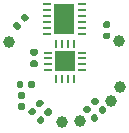
<source format=gbs>
G04 #@! TF.GenerationSoftware,KiCad,Pcbnew,(5.1.7)-1*
G04 #@! TF.CreationDate,2021-10-31T20:58:24-07:00*
G04 #@! TF.ProjectId,tiny_trollerV2,74696e79-5f74-4726-9f6c-6c657256322e,rev?*
G04 #@! TF.SameCoordinates,Original*
G04 #@! TF.FileFunction,Soldermask,Bot*
G04 #@! TF.FilePolarity,Negative*
%FSLAX46Y46*%
G04 Gerber Fmt 4.6, Leading zero omitted, Abs format (unit mm)*
G04 Created by KiCad (PCBNEW (5.1.7)-1) date 2021-10-31 20:58:24*
%MOMM*%
%LPD*%
G01*
G04 APERTURE LIST*
%ADD10C,1.000000*%
%ADD11R,0.254000X0.711200*%
%ADD12R,0.711200X0.254000*%
%ADD13R,1.701800X1.701800*%
%ADD14R,0.757199X0.254800*%
%ADD15R,1.803400X2.590800*%
G04 APERTURE END LIST*
G36*
G01*
X160057500Y-107091300D02*
X160057500Y-106751300D01*
G75*
G02*
X160197500Y-106611300I140000J0D01*
G01*
X160477500Y-106611300D01*
G75*
G02*
X160617500Y-106751300I0J-140000D01*
G01*
X160617500Y-107091300D01*
G75*
G02*
X160477500Y-107231300I-140000J0D01*
G01*
X160197500Y-107231300D01*
G75*
G02*
X160057500Y-107091300I0J140000D01*
G01*
G37*
G36*
G01*
X159097500Y-107091300D02*
X159097500Y-106751300D01*
G75*
G02*
X159237500Y-106611300I140000J0D01*
G01*
X159517500Y-106611300D01*
G75*
G02*
X159657500Y-106751300I0J-140000D01*
G01*
X159657500Y-107091300D01*
G75*
G02*
X159517500Y-107231300I-140000J0D01*
G01*
X159237500Y-107231300D01*
G75*
G02*
X159097500Y-107091300I0J140000D01*
G01*
G37*
D10*
X167090000Y-108300000D03*
G36*
G01*
X159185720Y-101622826D02*
X159433892Y-101862483D01*
G75*
G02*
X159437533Y-102071048I-102462J-106103D01*
G01*
X159232609Y-102283253D01*
G75*
G02*
X159024044Y-102286894I-106103J102462D01*
G01*
X158775872Y-102047237D01*
G75*
G02*
X158772231Y-101838672I102462J106103D01*
G01*
X158977155Y-101626467D01*
G75*
G02*
X159185720Y-101622826I106103J-102462D01*
G01*
G37*
G36*
G01*
X159859538Y-100925066D02*
X160107710Y-101164723D01*
G75*
G02*
X160111351Y-101373288I-102462J-106103D01*
G01*
X159906427Y-101585493D01*
G75*
G02*
X159697862Y-101589134I-106103J102462D01*
G01*
X159449690Y-101349477D01*
G75*
G02*
X159446049Y-101140912I102462J106103D01*
G01*
X159650973Y-100928707D01*
G75*
G02*
X159859538Y-100925066I106103J-102462D01*
G01*
G37*
G36*
G01*
X159659100Y-108125900D02*
X159314100Y-108125900D01*
G75*
G02*
X159166600Y-107978400I0J147500D01*
G01*
X159166600Y-107683400D01*
G75*
G02*
X159314100Y-107535900I147500J0D01*
G01*
X159659100Y-107535900D01*
G75*
G02*
X159806600Y-107683400I0J-147500D01*
G01*
X159806600Y-107978400D01*
G75*
G02*
X159659100Y-108125900I-147500J0D01*
G01*
G37*
G36*
G01*
X159659100Y-109095900D02*
X159314100Y-109095900D01*
G75*
G02*
X159166600Y-108948400I0J147500D01*
G01*
X159166600Y-108653400D01*
G75*
G02*
X159314100Y-108505900I147500J0D01*
G01*
X159659100Y-108505900D01*
G75*
G02*
X159806600Y-108653400I0J-147500D01*
G01*
X159806600Y-108948400D01*
G75*
G02*
X159659100Y-109095900I-147500J0D01*
G01*
G37*
G36*
G01*
X165651040Y-108689376D02*
X165410624Y-108448960D01*
G75*
G02*
X165410624Y-108250970I98995J98995D01*
G01*
X165608614Y-108052980D01*
G75*
G02*
X165806604Y-108052980I98995J-98995D01*
G01*
X166047020Y-108293396D01*
G75*
G02*
X166047020Y-108491386I-98995J-98995D01*
G01*
X165849030Y-108689376D01*
G75*
G02*
X165651040Y-108689376I-98995J98995D01*
G01*
G37*
G36*
G01*
X164972218Y-109368198D02*
X164731802Y-109127782D01*
G75*
G02*
X164731802Y-108929792I98995J98995D01*
G01*
X164929792Y-108731802D01*
G75*
G02*
X165127782Y-108731802I98995J-98995D01*
G01*
X165368198Y-108972218D01*
G75*
G02*
X165368198Y-109170208I-98995J-98995D01*
G01*
X165170208Y-109368198D01*
G75*
G02*
X164972218Y-109368198I-98995J98995D01*
G01*
G37*
X158432500Y-103301800D03*
G36*
G01*
X160717709Y-109275080D02*
X160456080Y-109536709D01*
G75*
G02*
X160265162Y-109536709I-95459J95459D01*
G01*
X160074243Y-109345790D01*
G75*
G02*
X160074243Y-109154872I95459J95459D01*
G01*
X160335872Y-108893243D01*
G75*
G02*
X160526790Y-108893243I95459J-95459D01*
G01*
X160717709Y-109084162D01*
G75*
G02*
X160717709Y-109275080I-95459J-95459D01*
G01*
G37*
G36*
G01*
X161438957Y-109996328D02*
X161177328Y-110257957D01*
G75*
G02*
X160986410Y-110257957I-95459J95459D01*
G01*
X160795491Y-110067038D01*
G75*
G02*
X160795491Y-109876120I95459J95459D01*
G01*
X161057120Y-109614491D01*
G75*
G02*
X161248038Y-109614491I95459J-95459D01*
G01*
X161438957Y-109805410D01*
G75*
G02*
X161438957Y-109996328I-95459J-95459D01*
G01*
G37*
X167779700Y-103238300D03*
G36*
G01*
X161360385Y-108584256D02*
X161098756Y-108845885D01*
G75*
G02*
X160907838Y-108845885I-95459J95459D01*
G01*
X160716919Y-108654966D01*
G75*
G02*
X160716919Y-108464048I95459J95459D01*
G01*
X160978548Y-108202419D01*
G75*
G02*
X161169466Y-108202419I95459J-95459D01*
G01*
X161360385Y-108393338D01*
G75*
G02*
X161360385Y-108584256I-95459J-95459D01*
G01*
G37*
G36*
G01*
X162081633Y-109305504D02*
X161820004Y-109567133D01*
G75*
G02*
X161629086Y-109567133I-95459J95459D01*
G01*
X161438167Y-109376214D01*
G75*
G02*
X161438167Y-109185296I95459J95459D01*
G01*
X161699796Y-108923667D01*
G75*
G02*
X161890714Y-108923667I95459J-95459D01*
G01*
X162081633Y-109114586D01*
G75*
G02*
X162081633Y-109305504I-95459J-95459D01*
G01*
G37*
G36*
G01*
X166882900Y-102126500D02*
X166542900Y-102126500D01*
G75*
G02*
X166402900Y-101986500I0J140000D01*
G01*
X166402900Y-101706500D01*
G75*
G02*
X166542900Y-101566500I140000J0D01*
G01*
X166882900Y-101566500D01*
G75*
G02*
X167022900Y-101706500I0J-140000D01*
G01*
X167022900Y-101986500D01*
G75*
G02*
X166882900Y-102126500I-140000J0D01*
G01*
G37*
G36*
G01*
X166882900Y-103086500D02*
X166542900Y-103086500D01*
G75*
G02*
X166402900Y-102946500I0J140000D01*
G01*
X166402900Y-102666500D01*
G75*
G02*
X166542900Y-102526500I140000J0D01*
G01*
X166882900Y-102526500D01*
G75*
G02*
X167022900Y-102666500I0J-140000D01*
G01*
X167022900Y-102946500D01*
G75*
G02*
X166882900Y-103086500I-140000J0D01*
G01*
G37*
D11*
X162406899Y-103515500D03*
X162906900Y-103515500D03*
X163406900Y-103515500D03*
X163906901Y-103515500D03*
D12*
X164606900Y-104215499D03*
X164606900Y-104715500D03*
X164606900Y-105215500D03*
X164606900Y-105715501D03*
D11*
X163906901Y-106415500D03*
X163406900Y-106415500D03*
X162906900Y-106415500D03*
X162406899Y-106415500D03*
D12*
X161706900Y-105715501D03*
X161706900Y-105215500D03*
X161706900Y-104715500D03*
X161706900Y-104215499D03*
D13*
X163156900Y-104965500D03*
G36*
G01*
X160380900Y-104873700D02*
X160725900Y-104873700D01*
G75*
G02*
X160873400Y-105021200I0J-147500D01*
G01*
X160873400Y-105316200D01*
G75*
G02*
X160725900Y-105463700I-147500J0D01*
G01*
X160380900Y-105463700D01*
G75*
G02*
X160233400Y-105316200I0J147500D01*
G01*
X160233400Y-105021200D01*
G75*
G02*
X160380900Y-104873700I147500J0D01*
G01*
G37*
G36*
G01*
X160380900Y-103903700D02*
X160725900Y-103903700D01*
G75*
G02*
X160873400Y-104051200I0J-147500D01*
G01*
X160873400Y-104346200D01*
G75*
G02*
X160725900Y-104493700I-147500J0D01*
G01*
X160380900Y-104493700D01*
G75*
G02*
X160233400Y-104346200I0J147500D01*
G01*
X160233400Y-104051200D01*
G75*
G02*
X160380900Y-103903700I147500J0D01*
G01*
G37*
D14*
X161660700Y-102608700D03*
X161660700Y-102108701D03*
X161660700Y-101608700D03*
X161660700Y-101108700D03*
X161660700Y-100608699D03*
X161660700Y-100108700D03*
X164602300Y-100108700D03*
X164602300Y-100608699D03*
X164602300Y-101108700D03*
X164602300Y-101608700D03*
X164602300Y-102108701D03*
X164602300Y-102608700D03*
D15*
X163131500Y-101358700D03*
D10*
X162953700Y-110134400D03*
X164460000Y-109990000D03*
X167817800Y-107124500D03*
G36*
G01*
X166262218Y-109398198D02*
X166021802Y-109157782D01*
G75*
G02*
X166021802Y-108959792I98995J98995D01*
G01*
X166219792Y-108761802D01*
G75*
G02*
X166417782Y-108761802I98995J-98995D01*
G01*
X166658198Y-109002218D01*
G75*
G02*
X166658198Y-109200208I-98995J-98995D01*
G01*
X166460208Y-109398198D01*
G75*
G02*
X166262218Y-109398198I-98995J98995D01*
G01*
G37*
G36*
G01*
X165583396Y-110077020D02*
X165342980Y-109836604D01*
G75*
G02*
X165342980Y-109638614I98995J98995D01*
G01*
X165540970Y-109440624D01*
G75*
G02*
X165738960Y-109440624I98995J-98995D01*
G01*
X165979376Y-109681040D01*
G75*
G02*
X165979376Y-109879030I-98995J-98995D01*
G01*
X165781386Y-110077020D01*
G75*
G02*
X165583396Y-110077020I-98995J98995D01*
G01*
G37*
M02*

</source>
